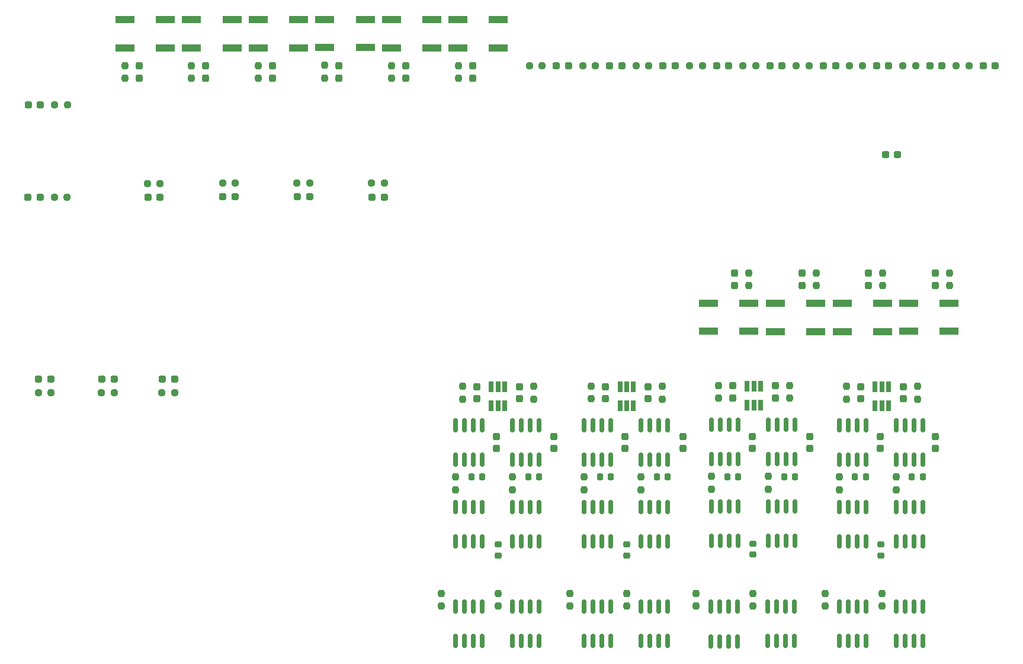
<source format=gtp>
%TF.GenerationSoftware,KiCad,Pcbnew,(6.0.10)*%
%TF.CreationDate,2022-12-28T15:38:02-06:00*%
%TF.ProjectId,ScienceMotorController_Hardware_2023,53636965-6e63-4654-9d6f-746f72436f6e,rev?*%
%TF.SameCoordinates,Original*%
%TF.FileFunction,Paste,Top*%
%TF.FilePolarity,Positive*%
%FSLAX46Y46*%
G04 Gerber Fmt 4.6, Leading zero omitted, Abs format (unit mm)*
G04 Created by KiCad (PCBNEW (6.0.10)) date 2022-12-28 15:38:02*
%MOMM*%
%LPD*%
G01*
G04 APERTURE LIST*
G04 Aperture macros list*
%AMRoundRect*
0 Rectangle with rounded corners*
0 $1 Rounding radius*
0 $2 $3 $4 $5 $6 $7 $8 $9 X,Y pos of 4 corners*
0 Add a 4 corners polygon primitive as box body*
4,1,4,$2,$3,$4,$5,$6,$7,$8,$9,$2,$3,0*
0 Add four circle primitives for the rounded corners*
1,1,$1+$1,$2,$3*
1,1,$1+$1,$4,$5*
1,1,$1+$1,$6,$7*
1,1,$1+$1,$8,$9*
0 Add four rect primitives between the rounded corners*
20,1,$1+$1,$2,$3,$4,$5,0*
20,1,$1+$1,$4,$5,$6,$7,0*
20,1,$1+$1,$6,$7,$8,$9,0*
20,1,$1+$1,$8,$9,$2,$3,0*%
G04 Aperture macros list end*
%ADD10RoundRect,0.237500X-0.250000X-0.237500X0.250000X-0.237500X0.250000X0.237500X-0.250000X0.237500X0*%
%ADD11RoundRect,0.237500X-0.287500X-0.237500X0.287500X-0.237500X0.287500X0.237500X-0.287500X0.237500X0*%
%ADD12RoundRect,0.237500X0.237500X-0.250000X0.237500X0.250000X-0.237500X0.250000X-0.237500X-0.250000X0*%
%ADD13RoundRect,0.237500X-0.237500X0.250000X-0.237500X-0.250000X0.237500X-0.250000X0.237500X0.250000X0*%
%ADD14RoundRect,0.150000X-0.150000X0.825000X-0.150000X-0.825000X0.150000X-0.825000X0.150000X0.825000X0*%
%ADD15RoundRect,0.237500X-0.237500X0.287500X-0.237500X-0.287500X0.237500X-0.287500X0.237500X0.287500X0*%
%ADD16R,2.750000X1.000000*%
%ADD17RoundRect,0.237500X0.250000X0.237500X-0.250000X0.237500X-0.250000X-0.237500X0.250000X-0.237500X0*%
%ADD18RoundRect,0.225000X0.250000X-0.225000X0.250000X0.225000X-0.250000X0.225000X-0.250000X-0.225000X0*%
%ADD19RoundRect,0.237500X0.237500X-0.287500X0.237500X0.287500X-0.237500X0.287500X-0.237500X-0.287500X0*%
%ADD20RoundRect,0.237500X-0.300000X-0.237500X0.300000X-0.237500X0.300000X0.237500X-0.300000X0.237500X0*%
%ADD21RoundRect,0.225000X0.225000X0.250000X-0.225000X0.250000X-0.225000X-0.250000X0.225000X-0.250000X0*%
%ADD22RoundRect,0.237500X0.287500X0.237500X-0.287500X0.237500X-0.287500X-0.237500X0.287500X-0.237500X0*%
%ADD23R,0.650000X1.560000*%
G04 APERTURE END LIST*
D10*
X58523500Y-110998000D03*
X60348500Y-110998000D03*
D11*
X58561000Y-109093000D03*
X60311000Y-109093000D03*
D12*
X81733000Y-66047500D03*
X81733000Y-64222500D03*
D13*
X143002000Y-139676500D03*
X143002000Y-141501500D03*
D14*
X148929000Y-141543000D03*
X147659000Y-141543000D03*
X146389000Y-141543000D03*
X145119000Y-141543000D03*
X145119000Y-146493000D03*
X146389000Y-146493000D03*
X147659000Y-146493000D03*
X148929000Y-146493000D03*
D13*
X161404000Y-139676500D03*
X161404000Y-141501500D03*
D14*
X148971000Y-115570000D03*
X147701000Y-115570000D03*
X146431000Y-115570000D03*
X145161000Y-115570000D03*
X145161000Y-120520000D03*
X146431000Y-120520000D03*
X147701000Y-120520000D03*
X148971000Y-120520000D03*
X159118000Y-141543000D03*
X157848000Y-141543000D03*
X156578000Y-141543000D03*
X155308000Y-141543000D03*
X155308000Y-146493000D03*
X156578000Y-146493000D03*
X157848000Y-146493000D03*
X159118000Y-146493000D03*
D15*
X83765000Y-64274000D03*
X83765000Y-66024000D03*
D16*
X136675000Y-102217000D03*
X142435000Y-102217000D03*
X136675000Y-98217000D03*
X142435000Y-98217000D03*
D13*
X138049000Y-109958500D03*
X138049000Y-111783500D03*
D16*
X97100000Y-57688000D03*
X91340000Y-57688000D03*
X91340000Y-61688000D03*
X97100000Y-61688000D03*
D17*
X112861700Y-64260000D03*
X111036700Y-64260000D03*
D18*
X124968000Y-134252000D03*
X124968000Y-132702000D03*
D19*
X114554000Y-118985000D03*
X114554000Y-117235000D03*
D13*
X137033000Y-122974500D03*
X137033000Y-124799500D03*
D12*
X100869000Y-66061500D03*
X100869000Y-64236500D03*
D13*
X106553000Y-139676500D03*
X106553000Y-141501500D03*
X101473000Y-110085500D03*
X101473000Y-111910500D03*
D14*
X140843000Y-115570000D03*
X139573000Y-115570000D03*
X138303000Y-115570000D03*
X137033000Y-115570000D03*
X137033000Y-120520000D03*
X138303000Y-120520000D03*
X139573000Y-120520000D03*
X140843000Y-120520000D03*
D19*
X151130000Y-118985000D03*
X151130000Y-117235000D03*
D15*
X74281000Y-64288000D03*
X74281000Y-66038000D03*
D12*
X111633000Y-111910500D03*
X111633000Y-110085500D03*
D13*
X163436000Y-123039500D03*
X163436000Y-124864500D03*
X152042000Y-93875500D03*
X152042000Y-95700500D03*
D20*
X161951500Y-76960000D03*
X163676500Y-76960000D03*
D13*
X161567000Y-93875500D03*
X161567000Y-95700500D03*
D17*
X173872500Y-64260000D03*
X172047500Y-64260000D03*
X135749000Y-64260000D03*
X133924000Y-64260000D03*
D13*
X153276000Y-139676500D03*
X153276000Y-141501500D03*
D19*
X124714000Y-118985000D03*
X124714000Y-117235000D03*
D21*
X148984000Y-122998000D03*
X147434000Y-122998000D03*
D13*
X116840000Y-139676500D03*
X116840000Y-141501500D03*
D19*
X132969000Y-118985000D03*
X132969000Y-117235000D03*
D10*
X43180000Y-69848000D03*
X45005000Y-69848000D03*
D12*
X91299000Y-66061500D03*
X91299000Y-64236500D03*
D14*
X122682000Y-141543000D03*
X121412000Y-141543000D03*
X120142000Y-141543000D03*
X118872000Y-141543000D03*
X118872000Y-146493000D03*
X120142000Y-146493000D03*
X121412000Y-146493000D03*
X122682000Y-146493000D03*
D17*
X51712500Y-110998000D03*
X49887500Y-110998000D03*
D14*
X159118000Y-127319000D03*
X157848000Y-127319000D03*
X156578000Y-127319000D03*
X155308000Y-127319000D03*
X155308000Y-132269000D03*
X156578000Y-132269000D03*
X157848000Y-132269000D03*
X159118000Y-132269000D03*
D21*
X159131000Y-123063000D03*
X157581000Y-123063000D03*
D13*
X108585000Y-123039500D03*
X108585000Y-124864500D03*
D10*
X77827500Y-81024950D03*
X79652500Y-81024950D03*
D16*
X87575000Y-57656000D03*
X81815000Y-57656000D03*
X81815000Y-61656000D03*
X87575000Y-61656000D03*
D22*
X124254200Y-64260000D03*
X122504200Y-64260000D03*
D19*
X158356000Y-111873000D03*
X158356000Y-110123000D03*
D21*
X112408000Y-123063000D03*
X110858000Y-123063000D03*
D10*
X88495500Y-81074800D03*
X90320500Y-81074800D03*
D21*
X122695000Y-123063000D03*
X121145000Y-123063000D03*
D12*
X62724000Y-66061500D03*
X62724000Y-64236500D03*
D10*
X56451500Y-81087500D03*
X58276500Y-81087500D03*
D14*
X130810000Y-115635000D03*
X129540000Y-115635000D03*
X128270000Y-115635000D03*
X127000000Y-115635000D03*
X127000000Y-120585000D03*
X128270000Y-120585000D03*
X129540000Y-120585000D03*
X130810000Y-120585000D03*
D12*
X72249000Y-66061500D03*
X72249000Y-64236500D03*
X130048000Y-111934000D03*
X130048000Y-110109000D03*
D10*
X43156500Y-83056000D03*
X44981500Y-83056000D03*
D22*
X51675000Y-109093000D03*
X49925000Y-109093000D03*
D21*
X130823000Y-123063000D03*
X129273000Y-123063000D03*
D17*
X158632500Y-64260000D03*
X156807500Y-64260000D03*
D19*
X146177000Y-111746000D03*
X146177000Y-109996000D03*
D13*
X119888000Y-110062000D03*
X119888000Y-111887000D03*
X155308000Y-123039500D03*
X155308000Y-124864500D03*
D22*
X154799000Y-64260000D03*
X153049000Y-64260000D03*
D14*
X104267000Y-115635000D03*
X102997000Y-115635000D03*
X101727000Y-115635000D03*
X100457000Y-115635000D03*
X100457000Y-120585000D03*
X101727000Y-120585000D03*
X102997000Y-120585000D03*
X104267000Y-120585000D03*
D15*
X93331000Y-64274000D03*
X93331000Y-66024000D03*
D13*
X124968000Y-139676500D03*
X124968000Y-141501500D03*
D11*
X67234150Y-82987400D03*
X68984150Y-82987400D03*
D19*
X164452000Y-111873000D03*
X164452000Y-110123000D03*
D14*
X130810000Y-141543000D03*
X129540000Y-141543000D03*
X128270000Y-141543000D03*
X127000000Y-141543000D03*
X127000000Y-146493000D03*
X128270000Y-146493000D03*
X129540000Y-146493000D03*
X130810000Y-146493000D03*
D12*
X166484000Y-111934000D03*
X166484000Y-110109000D03*
D13*
X100457000Y-123039500D03*
X100457000Y-124864500D03*
D19*
X121920000Y-111873000D03*
X121920000Y-110123000D03*
X142875000Y-118985000D03*
X142875000Y-117235000D03*
D14*
X167246000Y-141543000D03*
X165976000Y-141543000D03*
X164706000Y-141543000D03*
X163436000Y-141543000D03*
X163436000Y-146493000D03*
X164706000Y-146493000D03*
X165976000Y-146493000D03*
X167246000Y-146493000D03*
X159118000Y-115635000D03*
X157848000Y-115635000D03*
X156578000Y-115635000D03*
X155308000Y-115635000D03*
X155308000Y-120585000D03*
X156578000Y-120585000D03*
X157848000Y-120585000D03*
X159118000Y-120585000D03*
D16*
X152001000Y-102249000D03*
X146241000Y-102249000D03*
X146241000Y-98249000D03*
X152001000Y-98249000D03*
D19*
X140358000Y-95649000D03*
X140358000Y-93899000D03*
D22*
X139531000Y-64260000D03*
X137781000Y-64260000D03*
D16*
X165291000Y-98235000D03*
X171051000Y-98235000D03*
X171051000Y-102235000D03*
X165291000Y-102235000D03*
D22*
X147165000Y-64260000D03*
X145415000Y-64260000D03*
D14*
X112395000Y-141543000D03*
X111125000Y-141543000D03*
X109855000Y-141543000D03*
X108585000Y-141543000D03*
X108585000Y-146493000D03*
X109855000Y-146493000D03*
X111125000Y-146493000D03*
X112395000Y-146493000D03*
D13*
X171092000Y-93861500D03*
X171092000Y-95686500D03*
D14*
X148971000Y-127254000D03*
X147701000Y-127254000D03*
X146431000Y-127254000D03*
X145161000Y-127254000D03*
X145161000Y-132204000D03*
X146431000Y-132204000D03*
X147701000Y-132204000D03*
X148971000Y-132204000D03*
D11*
X39398000Y-69848000D03*
X41148000Y-69848000D03*
D14*
X167246000Y-127319000D03*
X165976000Y-127319000D03*
X164706000Y-127319000D03*
X163436000Y-127319000D03*
X163436000Y-132269000D03*
X164706000Y-132269000D03*
X165976000Y-132269000D03*
X167246000Y-132269000D03*
D16*
X106584000Y-57688000D03*
X100824000Y-57688000D03*
X106584000Y-61688000D03*
X100824000Y-61688000D03*
D18*
X106553000Y-134252000D03*
X106553000Y-132702000D03*
D19*
X103505000Y-111873000D03*
X103505000Y-110123000D03*
D17*
X151012500Y-64260000D03*
X149187500Y-64260000D03*
D10*
X40861500Y-111015750D03*
X42686500Y-111015750D03*
D19*
X128016000Y-111887000D03*
X128016000Y-110137000D03*
D13*
X156324000Y-110085500D03*
X156324000Y-111910500D03*
D10*
X67171250Y-81018300D03*
X68996250Y-81018300D03*
D22*
X116634200Y-64260000D03*
X114884200Y-64260000D03*
X131874200Y-64260000D03*
X130124200Y-64260000D03*
D19*
X106299000Y-118985000D03*
X106299000Y-117235000D03*
X159535000Y-95663000D03*
X159535000Y-93913000D03*
D21*
X104280000Y-123063000D03*
X102730000Y-123063000D03*
D19*
X169060000Y-95663000D03*
X169060000Y-93913000D03*
D13*
X142390000Y-93875500D03*
X142390000Y-95700500D03*
D18*
X143002000Y-134125000D03*
X143002000Y-132575000D03*
D14*
X122682000Y-127319000D03*
X121412000Y-127319000D03*
X120142000Y-127319000D03*
X118872000Y-127319000D03*
X118872000Y-132269000D03*
X120142000Y-132269000D03*
X121412000Y-132269000D03*
X122682000Y-132269000D03*
X140843000Y-127254000D03*
X139573000Y-127254000D03*
X138303000Y-127254000D03*
X137033000Y-127254000D03*
X137033000Y-132204000D03*
X138303000Y-132204000D03*
X139573000Y-132204000D03*
X140843000Y-132204000D03*
D17*
X166252500Y-64260000D03*
X164427500Y-64260000D03*
D19*
X161150000Y-118985000D03*
X161150000Y-117235000D03*
D12*
X148209000Y-111783500D03*
X148209000Y-109958500D03*
D23*
X162354000Y-110156000D03*
X161404000Y-110156000D03*
X160454000Y-110156000D03*
X160454000Y-112856000D03*
X161404000Y-112856000D03*
X162354000Y-112856000D03*
D13*
X134874000Y-139676500D03*
X134874000Y-141501500D03*
X118872000Y-123039500D03*
X118872000Y-124864500D03*
D22*
X42649000Y-109093000D03*
X40899000Y-109093000D03*
D14*
X122682000Y-115635000D03*
X121412000Y-115635000D03*
X120142000Y-115635000D03*
X118872000Y-115635000D03*
X118872000Y-120585000D03*
X120142000Y-120585000D03*
X121412000Y-120585000D03*
X122682000Y-120585000D03*
D15*
X102901000Y-64274000D03*
X102901000Y-66024000D03*
D16*
X161526000Y-102249000D03*
X155766000Y-102249000D03*
X161526000Y-98249000D03*
X155766000Y-98249000D03*
D17*
X120481700Y-64260000D03*
X118656700Y-64260000D03*
D23*
X107503000Y-110156000D03*
X106553000Y-110156000D03*
X105603000Y-110156000D03*
X105603000Y-112856000D03*
X106553000Y-112856000D03*
X107503000Y-112856000D03*
D22*
X177645000Y-64260000D03*
X175895000Y-64260000D03*
D13*
X127000000Y-123039500D03*
X127000000Y-124864500D03*
D14*
X112395000Y-115635000D03*
X111125000Y-115635000D03*
X109855000Y-115635000D03*
X108585000Y-115635000D03*
X108585000Y-120585000D03*
X109855000Y-120585000D03*
X111125000Y-120585000D03*
X112395000Y-120585000D03*
D11*
X39384000Y-83056000D03*
X41134000Y-83056000D03*
X88533000Y-83056000D03*
X90283000Y-83056000D03*
D14*
X167246000Y-115635000D03*
X165976000Y-115635000D03*
X164706000Y-115635000D03*
X163436000Y-115635000D03*
X163436000Y-120585000D03*
X164706000Y-120585000D03*
X165976000Y-120585000D03*
X167246000Y-120585000D03*
D12*
X53199000Y-66061500D03*
X53199000Y-64236500D03*
D14*
X104267000Y-141543000D03*
X102997000Y-141543000D03*
X101727000Y-141543000D03*
X100457000Y-141543000D03*
X100457000Y-146493000D03*
X101727000Y-146493000D03*
X102997000Y-146493000D03*
X104267000Y-146493000D03*
D18*
X161277000Y-134252000D03*
X161277000Y-132702000D03*
D23*
X125918000Y-110156000D03*
X124968000Y-110156000D03*
X124018000Y-110156000D03*
X124018000Y-112856000D03*
X124968000Y-112856000D03*
X125918000Y-112856000D03*
D19*
X169024000Y-118985000D03*
X169024000Y-117235000D03*
D14*
X112395000Y-127319000D03*
X111125000Y-127319000D03*
X109855000Y-127319000D03*
X108585000Y-127319000D03*
X108585000Y-132269000D03*
X109855000Y-132269000D03*
X111125000Y-132269000D03*
X112395000Y-132269000D03*
D15*
X64756000Y-64274000D03*
X64756000Y-66024000D03*
D14*
X140801000Y-141598800D03*
X139531000Y-141598800D03*
X138261000Y-141598800D03*
X136991000Y-141598800D03*
X136991000Y-146548800D03*
X138261000Y-146548800D03*
X139531000Y-146548800D03*
X140801000Y-146548800D03*
D23*
X144079000Y-110091000D03*
X143129000Y-110091000D03*
X142179000Y-110091000D03*
X142179000Y-112791000D03*
X143129000Y-112791000D03*
X144079000Y-112791000D03*
D11*
X77865000Y-83006150D03*
X79615000Y-83006150D03*
D21*
X167259000Y-123063000D03*
X165709000Y-123063000D03*
D22*
X162405000Y-64260000D03*
X160655000Y-64260000D03*
D11*
X56516300Y-83068700D03*
X58266300Y-83068700D03*
D19*
X140081000Y-111760000D03*
X140081000Y-110010000D03*
X150010000Y-95649000D03*
X150010000Y-93899000D03*
D13*
X145161000Y-122974500D03*
X145161000Y-124799500D03*
X98425000Y-139676500D03*
X98425000Y-141501500D03*
D21*
X140856000Y-122998000D03*
X139306000Y-122998000D03*
D19*
X109601000Y-111873000D03*
X109601000Y-110123000D03*
D17*
X143392500Y-64260000D03*
X141567500Y-64260000D03*
D16*
X78050000Y-57688000D03*
X72290000Y-57688000D03*
X72290000Y-61688000D03*
X78050000Y-61688000D03*
D22*
X170025000Y-64260000D03*
X168275000Y-64260000D03*
D16*
X68525000Y-57688000D03*
X62765000Y-57688000D03*
X68525000Y-61688000D03*
X62765000Y-61688000D03*
D14*
X130810000Y-127319000D03*
X129540000Y-127319000D03*
X128270000Y-127319000D03*
X127000000Y-127319000D03*
X127000000Y-132269000D03*
X128270000Y-132269000D03*
X129540000Y-132269000D03*
X130810000Y-132269000D03*
D15*
X55231000Y-64274000D03*
X55231000Y-66024000D03*
D17*
X128101700Y-64260000D03*
X126276700Y-64260000D03*
D14*
X104267000Y-127319000D03*
X102997000Y-127319000D03*
X101727000Y-127319000D03*
X100457000Y-127319000D03*
X100457000Y-132269000D03*
X101727000Y-132269000D03*
X102997000Y-132269000D03*
X104267000Y-132269000D03*
D16*
X59000000Y-61688000D03*
X53240000Y-61688000D03*
X53240000Y-57688000D03*
X59000000Y-57688000D03*
M02*

</source>
